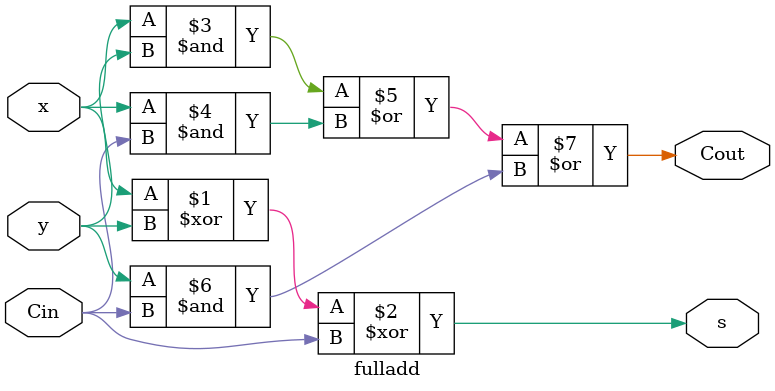
<source format=v>
module fulladd (Cin, x, y, s, Cout);
	input Cin, x, y;
	output s, Cout;
	
	assign s = x ^ y ^ Cin;
	assign Cout = (x & y) | (x & Cin) | (y & Cin);
		    
endmodule

</source>
